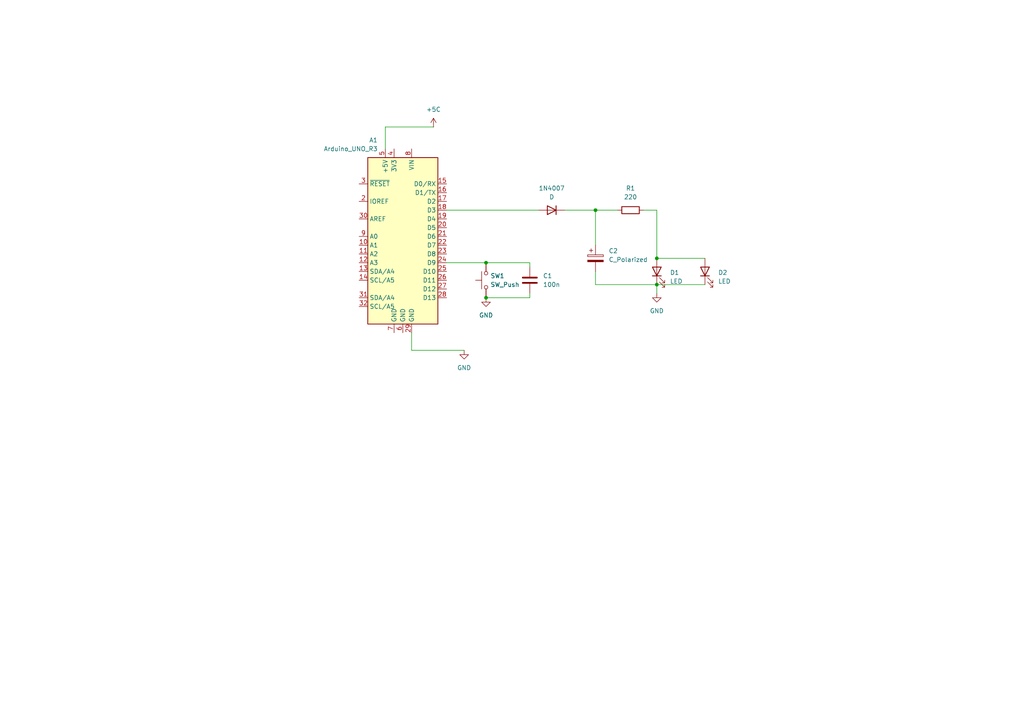
<source format=kicad_sch>
(kicad_sch
	(version 20231120)
	(generator "eeschema")
	(generator_version "8.0")
	(uuid "ab9241d9-6e70-435e-8872-cc5d6b2f76cf")
	(paper "A4")
	(lib_symbols
		(symbol "Device:C"
			(pin_numbers hide)
			(pin_names
				(offset 0.254)
			)
			(exclude_from_sim no)
			(in_bom yes)
			(on_board yes)
			(property "Reference" "C"
				(at 0.635 2.54 0)
				(effects
					(font
						(size 1.27 1.27)
					)
					(justify left)
				)
			)
			(property "Value" "C"
				(at 0.635 -2.54 0)
				(effects
					(font
						(size 1.27 1.27)
					)
					(justify left)
				)
			)
			(property "Footprint" ""
				(at 0.9652 -3.81 0)
				(effects
					(font
						(size 1.27 1.27)
					)
					(hide yes)
				)
			)
			(property "Datasheet" "~"
				(at 0 0 0)
				(effects
					(font
						(size 1.27 1.27)
					)
					(hide yes)
				)
			)
			(property "Description" "Unpolarized capacitor"
				(at 0 0 0)
				(effects
					(font
						(size 1.27 1.27)
					)
					(hide yes)
				)
			)
			(property "ki_keywords" "cap capacitor"
				(at 0 0 0)
				(effects
					(font
						(size 1.27 1.27)
					)
					(hide yes)
				)
			)
			(property "ki_fp_filters" "C_*"
				(at 0 0 0)
				(effects
					(font
						(size 1.27 1.27)
					)
					(hide yes)
				)
			)
			(symbol "C_0_1"
				(polyline
					(pts
						(xy -2.032 -0.762) (xy 2.032 -0.762)
					)
					(stroke
						(width 0.508)
						(type default)
					)
					(fill
						(type none)
					)
				)
				(polyline
					(pts
						(xy -2.032 0.762) (xy 2.032 0.762)
					)
					(stroke
						(width 0.508)
						(type default)
					)
					(fill
						(type none)
					)
				)
			)
			(symbol "C_1_1"
				(pin passive line
					(at 0 3.81 270)
					(length 2.794)
					(name "~"
						(effects
							(font
								(size 1.27 1.27)
							)
						)
					)
					(number "1"
						(effects
							(font
								(size 1.27 1.27)
							)
						)
					)
				)
				(pin passive line
					(at 0 -3.81 90)
					(length 2.794)
					(name "~"
						(effects
							(font
								(size 1.27 1.27)
							)
						)
					)
					(number "2"
						(effects
							(font
								(size 1.27 1.27)
							)
						)
					)
				)
			)
		)
		(symbol "Device:C_Polarized"
			(pin_numbers hide)
			(pin_names
				(offset 0.254)
			)
			(exclude_from_sim no)
			(in_bom yes)
			(on_board yes)
			(property "Reference" "C"
				(at 0.635 2.54 0)
				(effects
					(font
						(size 1.27 1.27)
					)
					(justify left)
				)
			)
			(property "Value" "C_Polarized"
				(at 0.635 -2.54 0)
				(effects
					(font
						(size 1.27 1.27)
					)
					(justify left)
				)
			)
			(property "Footprint" ""
				(at 0.9652 -3.81 0)
				(effects
					(font
						(size 1.27 1.27)
					)
					(hide yes)
				)
			)
			(property "Datasheet" "~"
				(at 0 0 0)
				(effects
					(font
						(size 1.27 1.27)
					)
					(hide yes)
				)
			)
			(property "Description" "Polarized capacitor"
				(at 0 0 0)
				(effects
					(font
						(size 1.27 1.27)
					)
					(hide yes)
				)
			)
			(property "ki_keywords" "cap capacitor"
				(at 0 0 0)
				(effects
					(font
						(size 1.27 1.27)
					)
					(hide yes)
				)
			)
			(property "ki_fp_filters" "CP_*"
				(at 0 0 0)
				(effects
					(font
						(size 1.27 1.27)
					)
					(hide yes)
				)
			)
			(symbol "C_Polarized_0_1"
				(rectangle
					(start -2.286 0.508)
					(end 2.286 1.016)
					(stroke
						(width 0)
						(type default)
					)
					(fill
						(type none)
					)
				)
				(polyline
					(pts
						(xy -1.778 2.286) (xy -0.762 2.286)
					)
					(stroke
						(width 0)
						(type default)
					)
					(fill
						(type none)
					)
				)
				(polyline
					(pts
						(xy -1.27 2.794) (xy -1.27 1.778)
					)
					(stroke
						(width 0)
						(type default)
					)
					(fill
						(type none)
					)
				)
				(rectangle
					(start 2.286 -0.508)
					(end -2.286 -1.016)
					(stroke
						(width 0)
						(type default)
					)
					(fill
						(type outline)
					)
				)
			)
			(symbol "C_Polarized_1_1"
				(pin passive line
					(at 0 3.81 270)
					(length 2.794)
					(name "~"
						(effects
							(font
								(size 1.27 1.27)
							)
						)
					)
					(number "1"
						(effects
							(font
								(size 1.27 1.27)
							)
						)
					)
				)
				(pin passive line
					(at 0 -3.81 90)
					(length 2.794)
					(name "~"
						(effects
							(font
								(size 1.27 1.27)
							)
						)
					)
					(number "2"
						(effects
							(font
								(size 1.27 1.27)
							)
						)
					)
				)
			)
		)
		(symbol "Device:D"
			(pin_numbers hide)
			(pin_names
				(offset 1.016) hide)
			(exclude_from_sim no)
			(in_bom yes)
			(on_board yes)
			(property "Reference" "D"
				(at 0 2.54 0)
				(effects
					(font
						(size 1.27 1.27)
					)
				)
			)
			(property "Value" "D"
				(at 0 -2.54 0)
				(effects
					(font
						(size 1.27 1.27)
					)
				)
			)
			(property "Footprint" ""
				(at 0 0 0)
				(effects
					(font
						(size 1.27 1.27)
					)
					(hide yes)
				)
			)
			(property "Datasheet" "~"
				(at 0 0 0)
				(effects
					(font
						(size 1.27 1.27)
					)
					(hide yes)
				)
			)
			(property "Description" "Diode"
				(at 0 0 0)
				(effects
					(font
						(size 1.27 1.27)
					)
					(hide yes)
				)
			)
			(property "Sim.Device" "D"
				(at 0 0 0)
				(effects
					(font
						(size 1.27 1.27)
					)
					(hide yes)
				)
			)
			(property "Sim.Pins" "1=K 2=A"
				(at 0 0 0)
				(effects
					(font
						(size 1.27 1.27)
					)
					(hide yes)
				)
			)
			(property "ki_keywords" "diode"
				(at 0 0 0)
				(effects
					(font
						(size 1.27 1.27)
					)
					(hide yes)
				)
			)
			(property "ki_fp_filters" "TO-???* *_Diode_* *SingleDiode* D_*"
				(at 0 0 0)
				(effects
					(font
						(size 1.27 1.27)
					)
					(hide yes)
				)
			)
			(symbol "D_0_1"
				(polyline
					(pts
						(xy -1.27 1.27) (xy -1.27 -1.27)
					)
					(stroke
						(width 0.254)
						(type default)
					)
					(fill
						(type none)
					)
				)
				(polyline
					(pts
						(xy 1.27 0) (xy -1.27 0)
					)
					(stroke
						(width 0)
						(type default)
					)
					(fill
						(type none)
					)
				)
				(polyline
					(pts
						(xy 1.27 1.27) (xy 1.27 -1.27) (xy -1.27 0) (xy 1.27 1.27)
					)
					(stroke
						(width 0.254)
						(type default)
					)
					(fill
						(type none)
					)
				)
			)
			(symbol "D_1_1"
				(pin passive line
					(at -3.81 0 0)
					(length 2.54)
					(name "K"
						(effects
							(font
								(size 1.27 1.27)
							)
						)
					)
					(number "1"
						(effects
							(font
								(size 1.27 1.27)
							)
						)
					)
				)
				(pin passive line
					(at 3.81 0 180)
					(length 2.54)
					(name "A"
						(effects
							(font
								(size 1.27 1.27)
							)
						)
					)
					(number "2"
						(effects
							(font
								(size 1.27 1.27)
							)
						)
					)
				)
			)
		)
		(symbol "Device:LED"
			(pin_numbers hide)
			(pin_names
				(offset 1.016) hide)
			(exclude_from_sim no)
			(in_bom yes)
			(on_board yes)
			(property "Reference" "D"
				(at 0 2.54 0)
				(effects
					(font
						(size 1.27 1.27)
					)
				)
			)
			(property "Value" "LED"
				(at 0 -2.54 0)
				(effects
					(font
						(size 1.27 1.27)
					)
				)
			)
			(property "Footprint" ""
				(at 0 0 0)
				(effects
					(font
						(size 1.27 1.27)
					)
					(hide yes)
				)
			)
			(property "Datasheet" "~"
				(at 0 0 0)
				(effects
					(font
						(size 1.27 1.27)
					)
					(hide yes)
				)
			)
			(property "Description" "Light emitting diode"
				(at 0 0 0)
				(effects
					(font
						(size 1.27 1.27)
					)
					(hide yes)
				)
			)
			(property "ki_keywords" "LED diode"
				(at 0 0 0)
				(effects
					(font
						(size 1.27 1.27)
					)
					(hide yes)
				)
			)
			(property "ki_fp_filters" "LED* LED_SMD:* LED_THT:*"
				(at 0 0 0)
				(effects
					(font
						(size 1.27 1.27)
					)
					(hide yes)
				)
			)
			(symbol "LED_0_1"
				(polyline
					(pts
						(xy -1.27 -1.27) (xy -1.27 1.27)
					)
					(stroke
						(width 0.254)
						(type default)
					)
					(fill
						(type none)
					)
				)
				(polyline
					(pts
						(xy -1.27 0) (xy 1.27 0)
					)
					(stroke
						(width 0)
						(type default)
					)
					(fill
						(type none)
					)
				)
				(polyline
					(pts
						(xy 1.27 -1.27) (xy 1.27 1.27) (xy -1.27 0) (xy 1.27 -1.27)
					)
					(stroke
						(width 0.254)
						(type default)
					)
					(fill
						(type none)
					)
				)
				(polyline
					(pts
						(xy -3.048 -0.762) (xy -4.572 -2.286) (xy -3.81 -2.286) (xy -4.572 -2.286) (xy -4.572 -1.524)
					)
					(stroke
						(width 0)
						(type default)
					)
					(fill
						(type none)
					)
				)
				(polyline
					(pts
						(xy -1.778 -0.762) (xy -3.302 -2.286) (xy -2.54 -2.286) (xy -3.302 -2.286) (xy -3.302 -1.524)
					)
					(stroke
						(width 0)
						(type default)
					)
					(fill
						(type none)
					)
				)
			)
			(symbol "LED_1_1"
				(pin passive line
					(at -3.81 0 0)
					(length 2.54)
					(name "K"
						(effects
							(font
								(size 1.27 1.27)
							)
						)
					)
					(number "1"
						(effects
							(font
								(size 1.27 1.27)
							)
						)
					)
				)
				(pin passive line
					(at 3.81 0 180)
					(length 2.54)
					(name "A"
						(effects
							(font
								(size 1.27 1.27)
							)
						)
					)
					(number "2"
						(effects
							(font
								(size 1.27 1.27)
							)
						)
					)
				)
			)
		)
		(symbol "Device:R"
			(pin_numbers hide)
			(pin_names
				(offset 0)
			)
			(exclude_from_sim no)
			(in_bom yes)
			(on_board yes)
			(property "Reference" "R"
				(at 2.032 0 90)
				(effects
					(font
						(size 1.27 1.27)
					)
				)
			)
			(property "Value" "R"
				(at 0 0 90)
				(effects
					(font
						(size 1.27 1.27)
					)
				)
			)
			(property "Footprint" ""
				(at -1.778 0 90)
				(effects
					(font
						(size 1.27 1.27)
					)
					(hide yes)
				)
			)
			(property "Datasheet" "~"
				(at 0 0 0)
				(effects
					(font
						(size 1.27 1.27)
					)
					(hide yes)
				)
			)
			(property "Description" "Resistor"
				(at 0 0 0)
				(effects
					(font
						(size 1.27 1.27)
					)
					(hide yes)
				)
			)
			(property "ki_keywords" "R res resistor"
				(at 0 0 0)
				(effects
					(font
						(size 1.27 1.27)
					)
					(hide yes)
				)
			)
			(property "ki_fp_filters" "R_*"
				(at 0 0 0)
				(effects
					(font
						(size 1.27 1.27)
					)
					(hide yes)
				)
			)
			(symbol "R_0_1"
				(rectangle
					(start -1.016 -2.54)
					(end 1.016 2.54)
					(stroke
						(width 0.254)
						(type default)
					)
					(fill
						(type none)
					)
				)
			)
			(symbol "R_1_1"
				(pin passive line
					(at 0 3.81 270)
					(length 1.27)
					(name "~"
						(effects
							(font
								(size 1.27 1.27)
							)
						)
					)
					(number "1"
						(effects
							(font
								(size 1.27 1.27)
							)
						)
					)
				)
				(pin passive line
					(at 0 -3.81 90)
					(length 1.27)
					(name "~"
						(effects
							(font
								(size 1.27 1.27)
							)
						)
					)
					(number "2"
						(effects
							(font
								(size 1.27 1.27)
							)
						)
					)
				)
			)
		)
		(symbol "MCU_Module:Arduino_UNO_R3"
			(exclude_from_sim no)
			(in_bom yes)
			(on_board yes)
			(property "Reference" "A"
				(at -10.16 23.495 0)
				(effects
					(font
						(size 1.27 1.27)
					)
					(justify left bottom)
				)
			)
			(property "Value" "Arduino_UNO_R3"
				(at 5.08 -26.67 0)
				(effects
					(font
						(size 1.27 1.27)
					)
					(justify left top)
				)
			)
			(property "Footprint" "Module:Arduino_UNO_R3"
				(at 0 0 0)
				(effects
					(font
						(size 1.27 1.27)
						(italic yes)
					)
					(hide yes)
				)
			)
			(property "Datasheet" "https://www.arduino.cc/en/Main/arduinoBoardUno"
				(at 0 0 0)
				(effects
					(font
						(size 1.27 1.27)
					)
					(hide yes)
				)
			)
			(property "Description" "Arduino UNO Microcontroller Module, release 3"
				(at 0 0 0)
				(effects
					(font
						(size 1.27 1.27)
					)
					(hide yes)
				)
			)
			(property "ki_keywords" "Arduino UNO R3 Microcontroller Module Atmel AVR USB"
				(at 0 0 0)
				(effects
					(font
						(size 1.27 1.27)
					)
					(hide yes)
				)
			)
			(property "ki_fp_filters" "Arduino*UNO*R3*"
				(at 0 0 0)
				(effects
					(font
						(size 1.27 1.27)
					)
					(hide yes)
				)
			)
			(symbol "Arduino_UNO_R3_0_1"
				(rectangle
					(start -10.16 22.86)
					(end 10.16 -25.4)
					(stroke
						(width 0.254)
						(type default)
					)
					(fill
						(type background)
					)
				)
			)
			(symbol "Arduino_UNO_R3_1_1"
				(pin no_connect line
					(at -10.16 -20.32 0)
					(length 2.54) hide
					(name "NC"
						(effects
							(font
								(size 1.27 1.27)
							)
						)
					)
					(number "1"
						(effects
							(font
								(size 1.27 1.27)
							)
						)
					)
				)
				(pin bidirectional line
					(at 12.7 -2.54 180)
					(length 2.54)
					(name "A1"
						(effects
							(font
								(size 1.27 1.27)
							)
						)
					)
					(number "10"
						(effects
							(font
								(size 1.27 1.27)
							)
						)
					)
				)
				(pin bidirectional line
					(at 12.7 -5.08 180)
					(length 2.54)
					(name "A2"
						(effects
							(font
								(size 1.27 1.27)
							)
						)
					)
					(number "11"
						(effects
							(font
								(size 1.27 1.27)
							)
						)
					)
				)
				(pin bidirectional line
					(at 12.7 -7.62 180)
					(length 2.54)
					(name "A3"
						(effects
							(font
								(size 1.27 1.27)
							)
						)
					)
					(number "12"
						(effects
							(font
								(size 1.27 1.27)
							)
						)
					)
				)
				(pin bidirectional line
					(at 12.7 -10.16 180)
					(length 2.54)
					(name "SDA/A4"
						(effects
							(font
								(size 1.27 1.27)
							)
						)
					)
					(number "13"
						(effects
							(font
								(size 1.27 1.27)
							)
						)
					)
				)
				(pin bidirectional line
					(at 12.7 -12.7 180)
					(length 2.54)
					(name "SCL/A5"
						(effects
							(font
								(size 1.27 1.27)
							)
						)
					)
					(number "14"
						(effects
							(font
								(size 1.27 1.27)
							)
						)
					)
				)
				(pin bidirectional line
					(at -12.7 15.24 0)
					(length 2.54)
					(name "D0/RX"
						(effects
							(font
								(size 1.27 1.27)
							)
						)
					)
					(number "15"
						(effects
							(font
								(size 1.27 1.27)
							)
						)
					)
				)
				(pin bidirectional line
					(at -12.7 12.7 0)
					(length 2.54)
					(name "D1/TX"
						(effects
							(font
								(size 1.27 1.27)
							)
						)
					)
					(number "16"
						(effects
							(font
								(size 1.27 1.27)
							)
						)
					)
				)
				(pin bidirectional line
					(at -12.7 10.16 0)
					(length 2.54)
					(name "D2"
						(effects
							(font
								(size 1.27 1.27)
							)
						)
					)
					(number "17"
						(effects
							(font
								(size 1.27 1.27)
							)
						)
					)
				)
				(pin bidirectional line
					(at -12.7 7.62 0)
					(length 2.54)
					(name "D3"
						(effects
							(font
								(size 1.27 1.27)
							)
						)
					)
					(number "18"
						(effects
							(font
								(size 1.27 1.27)
							)
						)
					)
				)
				(pin bidirectional line
					(at -12.7 5.08 0)
					(length 2.54)
					(name "D4"
						(effects
							(font
								(size 1.27 1.27)
							)
						)
					)
					(number "19"
						(effects
							(font
								(size 1.27 1.27)
							)
						)
					)
				)
				(pin output line
					(at 12.7 10.16 180)
					(length 2.54)
					(name "IOREF"
						(effects
							(font
								(size 1.27 1.27)
							)
						)
					)
					(number "2"
						(effects
							(font
								(size 1.27 1.27)
							)
						)
					)
				)
				(pin bidirectional line
					(at -12.7 2.54 0)
					(length 2.54)
					(name "D5"
						(effects
							(font
								(size 1.27 1.27)
							)
						)
					)
					(number "20"
						(effects
							(font
								(size 1.27 1.27)
							)
						)
					)
				)
				(pin bidirectional line
					(at -12.7 0 0)
					(length 2.54)
					(name "D6"
						(effects
							(font
								(size 1.27 1.27)
							)
						)
					)
					(number "21"
						(effects
							(font
								(size 1.27 1.27)
							)
						)
					)
				)
				(pin bidirectional line
					(at -12.7 -2.54 0)
					(length 2.54)
					(name "D7"
						(effects
							(font
								(size 1.27 1.27)
							)
						)
					)
					(number "22"
						(effects
							(font
								(size 1.27 1.27)
							)
						)
					)
				)
				(pin bidirectional line
					(at -12.7 -5.08 0)
					(length 2.54)
					(name "D8"
						(effects
							(font
								(size 1.27 1.27)
							)
						)
					)
					(number "23"
						(effects
							(font
								(size 1.27 1.27)
							)
						)
					)
				)
				(pin bidirectional line
					(at -12.7 -7.62 0)
					(length 2.54)
					(name "D9"
						(effects
							(font
								(size 1.27 1.27)
							)
						)
					)
					(number "24"
						(effects
							(font
								(size 1.27 1.27)
							)
						)
					)
				)
				(pin bidirectional line
					(at -12.7 -10.16 0)
					(length 2.54)
					(name "D10"
						(effects
							(font
								(size 1.27 1.27)
							)
						)
					)
					(number "25"
						(effects
							(font
								(size 1.27 1.27)
							)
						)
					)
				)
				(pin bidirectional line
					(at -12.7 -12.7 0)
					(length 2.54)
					(name "D11"
						(effects
							(font
								(size 1.27 1.27)
							)
						)
					)
					(number "26"
						(effects
							(font
								(size 1.27 1.27)
							)
						)
					)
				)
				(pin bidirectional line
					(at -12.7 -15.24 0)
					(length 2.54)
					(name "D12"
						(effects
							(font
								(size 1.27 1.27)
							)
						)
					)
					(number "27"
						(effects
							(font
								(size 1.27 1.27)
							)
						)
					)
				)
				(pin bidirectional line
					(at -12.7 -17.78 0)
					(length 2.54)
					(name "D13"
						(effects
							(font
								(size 1.27 1.27)
							)
						)
					)
					(number "28"
						(effects
							(font
								(size 1.27 1.27)
							)
						)
					)
				)
				(pin power_in line
					(at -2.54 -27.94 90)
					(length 2.54)
					(name "GND"
						(effects
							(font
								(size 1.27 1.27)
							)
						)
					)
					(number "29"
						(effects
							(font
								(size 1.27 1.27)
							)
						)
					)
				)
				(pin input line
					(at 12.7 15.24 180)
					(length 2.54)
					(name "~{RESET}"
						(effects
							(font
								(size 1.27 1.27)
							)
						)
					)
					(number "3"
						(effects
							(font
								(size 1.27 1.27)
							)
						)
					)
				)
				(pin input line
					(at 12.7 5.08 180)
					(length 2.54)
					(name "AREF"
						(effects
							(font
								(size 1.27 1.27)
							)
						)
					)
					(number "30"
						(effects
							(font
								(size 1.27 1.27)
							)
						)
					)
				)
				(pin bidirectional line
					(at 12.7 -17.78 180)
					(length 2.54)
					(name "SDA/A4"
						(effects
							(font
								(size 1.27 1.27)
							)
						)
					)
					(number "31"
						(effects
							(font
								(size 1.27 1.27)
							)
						)
					)
				)
				(pin bidirectional line
					(at 12.7 -20.32 180)
					(length 2.54)
					(name "SCL/A5"
						(effects
							(font
								(size 1.27 1.27)
							)
						)
					)
					(number "32"
						(effects
							(font
								(size 1.27 1.27)
							)
						)
					)
				)
				(pin power_out line
					(at 2.54 25.4 270)
					(length 2.54)
					(name "3V3"
						(effects
							(font
								(size 1.27 1.27)
							)
						)
					)
					(number "4"
						(effects
							(font
								(size 1.27 1.27)
							)
						)
					)
				)
				(pin power_out line
					(at 5.08 25.4 270)
					(length 2.54)
					(name "+5V"
						(effects
							(font
								(size 1.27 1.27)
							)
						)
					)
					(number "5"
						(effects
							(font
								(size 1.27 1.27)
							)
						)
					)
				)
				(pin power_in line
					(at 0 -27.94 90)
					(length 2.54)
					(name "GND"
						(effects
							(font
								(size 1.27 1.27)
							)
						)
					)
					(number "6"
						(effects
							(font
								(size 1.27 1.27)
							)
						)
					)
				)
				(pin power_in line
					(at 2.54 -27.94 90)
					(length 2.54)
					(name "GND"
						(effects
							(font
								(size 1.27 1.27)
							)
						)
					)
					(number "7"
						(effects
							(font
								(size 1.27 1.27)
							)
						)
					)
				)
				(pin power_in line
					(at -2.54 25.4 270)
					(length 2.54)
					(name "VIN"
						(effects
							(font
								(size 1.27 1.27)
							)
						)
					)
					(number "8"
						(effects
							(font
								(size 1.27 1.27)
							)
						)
					)
				)
				(pin bidirectional line
					(at 12.7 0 180)
					(length 2.54)
					(name "A0"
						(effects
							(font
								(size 1.27 1.27)
							)
						)
					)
					(number "9"
						(effects
							(font
								(size 1.27 1.27)
							)
						)
					)
				)
			)
		)
		(symbol "Switch:SW_Push"
			(pin_numbers hide)
			(pin_names
				(offset 1.016) hide)
			(exclude_from_sim no)
			(in_bom yes)
			(on_board yes)
			(property "Reference" "SW"
				(at 1.27 2.54 0)
				(effects
					(font
						(size 1.27 1.27)
					)
					(justify left)
				)
			)
			(property "Value" "SW_Push"
				(at 0 -1.524 0)
				(effects
					(font
						(size 1.27 1.27)
					)
				)
			)
			(property "Footprint" ""
				(at 0 5.08 0)
				(effects
					(font
						(size 1.27 1.27)
					)
					(hide yes)
				)
			)
			(property "Datasheet" "~"
				(at 0 5.08 0)
				(effects
					(font
						(size 1.27 1.27)
					)
					(hide yes)
				)
			)
			(property "Description" "Push button switch, generic, two pins"
				(at 0 0 0)
				(effects
					(font
						(size 1.27 1.27)
					)
					(hide yes)
				)
			)
			(property "ki_keywords" "switch normally-open pushbutton push-button"
				(at 0 0 0)
				(effects
					(font
						(size 1.27 1.27)
					)
					(hide yes)
				)
			)
			(symbol "SW_Push_0_1"
				(circle
					(center -2.032 0)
					(radius 0.508)
					(stroke
						(width 0)
						(type default)
					)
					(fill
						(type none)
					)
				)
				(polyline
					(pts
						(xy 0 1.27) (xy 0 3.048)
					)
					(stroke
						(width 0)
						(type default)
					)
					(fill
						(type none)
					)
				)
				(polyline
					(pts
						(xy 2.54 1.27) (xy -2.54 1.27)
					)
					(stroke
						(width 0)
						(type default)
					)
					(fill
						(type none)
					)
				)
				(circle
					(center 2.032 0)
					(radius 0.508)
					(stroke
						(width 0)
						(type default)
					)
					(fill
						(type none)
					)
				)
				(pin passive line
					(at -5.08 0 0)
					(length 2.54)
					(name "1"
						(effects
							(font
								(size 1.27 1.27)
							)
						)
					)
					(number "1"
						(effects
							(font
								(size 1.27 1.27)
							)
						)
					)
				)
				(pin passive line
					(at 5.08 0 180)
					(length 2.54)
					(name "2"
						(effects
							(font
								(size 1.27 1.27)
							)
						)
					)
					(number "2"
						(effects
							(font
								(size 1.27 1.27)
							)
						)
					)
				)
			)
		)
		(symbol "power:+5C"
			(power)
			(pin_numbers hide)
			(pin_names
				(offset 0) hide)
			(exclude_from_sim no)
			(in_bom yes)
			(on_board yes)
			(property "Reference" "#PWR"
				(at 0 -3.81 0)
				(effects
					(font
						(size 1.27 1.27)
					)
					(hide yes)
				)
			)
			(property "Value" "+5C"
				(at 0 3.556 0)
				(effects
					(font
						(size 1.27 1.27)
					)
				)
			)
			(property "Footprint" ""
				(at 0 0 0)
				(effects
					(font
						(size 1.27 1.27)
					)
					(hide yes)
				)
			)
			(property "Datasheet" ""
				(at 0 0 0)
				(effects
					(font
						(size 1.27 1.27)
					)
					(hide yes)
				)
			)
			(property "Description" "Power symbol creates a global label with name \"+5C\""
				(at 0 0 0)
				(effects
					(font
						(size 1.27 1.27)
					)
					(hide yes)
				)
			)
			(property "ki_keywords" "global power"
				(at 0 0 0)
				(effects
					(font
						(size 1.27 1.27)
					)
					(hide yes)
				)
			)
			(symbol "+5C_0_1"
				(polyline
					(pts
						(xy -0.762 1.27) (xy 0 2.54)
					)
					(stroke
						(width 0)
						(type default)
					)
					(fill
						(type none)
					)
				)
				(polyline
					(pts
						(xy 0 0) (xy 0 2.54)
					)
					(stroke
						(width 0)
						(type default)
					)
					(fill
						(type none)
					)
				)
				(polyline
					(pts
						(xy 0 2.54) (xy 0.762 1.27)
					)
					(stroke
						(width 0)
						(type default)
					)
					(fill
						(type none)
					)
				)
			)
			(symbol "+5C_1_1"
				(pin power_in line
					(at 0 0 90)
					(length 0)
					(name "~"
						(effects
							(font
								(size 1.27 1.27)
							)
						)
					)
					(number "1"
						(effects
							(font
								(size 1.27 1.27)
							)
						)
					)
				)
			)
		)
		(symbol "power:GND"
			(power)
			(pin_numbers hide)
			(pin_names
				(offset 0) hide)
			(exclude_from_sim no)
			(in_bom yes)
			(on_board yes)
			(property "Reference" "#PWR"
				(at 0 -6.35 0)
				(effects
					(font
						(size 1.27 1.27)
					)
					(hide yes)
				)
			)
			(property "Value" "GND"
				(at 0 -3.81 0)
				(effects
					(font
						(size 1.27 1.27)
					)
				)
			)
			(property "Footprint" ""
				(at 0 0 0)
				(effects
					(font
						(size 1.27 1.27)
					)
					(hide yes)
				)
			)
			(property "Datasheet" ""
				(at 0 0 0)
				(effects
					(font
						(size 1.27 1.27)
					)
					(hide yes)
				)
			)
			(property "Description" "Power symbol creates a global label with name \"GND\" , ground"
				(at 0 0 0)
				(effects
					(font
						(size 1.27 1.27)
					)
					(hide yes)
				)
			)
			(property "ki_keywords" "global power"
				(at 0 0 0)
				(effects
					(font
						(size 1.27 1.27)
					)
					(hide yes)
				)
			)
			(symbol "GND_0_1"
				(polyline
					(pts
						(xy 0 0) (xy 0 -1.27) (xy 1.27 -1.27) (xy 0 -2.54) (xy -1.27 -1.27) (xy 0 -1.27)
					)
					(stroke
						(width 0)
						(type default)
					)
					(fill
						(type none)
					)
				)
			)
			(symbol "GND_1_1"
				(pin power_in line
					(at 0 0 270)
					(length 0)
					(name "~"
						(effects
							(font
								(size 1.27 1.27)
							)
						)
					)
					(number "1"
						(effects
							(font
								(size 1.27 1.27)
							)
						)
					)
				)
			)
		)
	)
	(junction
		(at 190.5 74.93)
		(diameter 0)
		(color 0 0 0 0)
		(uuid "3789f596-4aa9-4658-8de5-c0baa24fef84")
	)
	(junction
		(at 140.97 76.2)
		(diameter 0)
		(color 0 0 0 0)
		(uuid "584c147b-ce62-46db-962b-c28382882309")
	)
	(junction
		(at 190.5 82.55)
		(diameter 0)
		(color 0 0 0 0)
		(uuid "8846b748-e76f-4624-855d-8e426fb5baea")
	)
	(junction
		(at 140.97 86.36)
		(diameter 0)
		(color 0 0 0 0)
		(uuid "94a34247-285f-496c-b2b6-cb99c443c6b9")
	)
	(junction
		(at 172.72 60.96)
		(diameter 0)
		(color 0 0 0 0)
		(uuid "9a9f72e4-df1a-4232-8d05-ebc7005ef67c")
	)
	(wire
		(pts
			(xy 119.38 101.6) (xy 134.62 101.6)
		)
		(stroke
			(width 0)
			(type default)
		)
		(uuid "077729b1-fc4c-440b-99d5-19d8686d875d")
	)
	(wire
		(pts
			(xy 190.5 74.93) (xy 204.47 74.93)
		)
		(stroke
			(width 0)
			(type default)
		)
		(uuid "091ab709-26d1-4811-a2f7-1246fe80ad31")
	)
	(wire
		(pts
			(xy 140.97 86.36) (xy 153.67 86.36)
		)
		(stroke
			(width 0)
			(type default)
		)
		(uuid "097dcf38-66f2-4af4-9127-7ac5d9018400")
	)
	(wire
		(pts
			(xy 119.38 96.52) (xy 119.38 101.6)
		)
		(stroke
			(width 0)
			(type default)
		)
		(uuid "28d9cb6f-0e65-4884-b044-418c0a4d6754")
	)
	(wire
		(pts
			(xy 163.83 60.96) (xy 172.72 60.96)
		)
		(stroke
			(width 0)
			(type default)
		)
		(uuid "36c5e11a-b921-4300-9464-4cb67928a897")
	)
	(wire
		(pts
			(xy 111.76 36.83) (xy 125.73 36.83)
		)
		(stroke
			(width 0)
			(type default)
		)
		(uuid "3ef2fa1d-3821-4335-b00f-e0efb6280fe2")
	)
	(wire
		(pts
			(xy 111.76 43.18) (xy 111.76 36.83)
		)
		(stroke
			(width 0)
			(type default)
		)
		(uuid "4b49ff3d-1c03-4fb9-8154-99571ff513ae")
	)
	(wire
		(pts
			(xy 190.5 60.96) (xy 190.5 74.93)
		)
		(stroke
			(width 0)
			(type default)
		)
		(uuid "5e9dbe63-5875-4047-a258-927c43f0771c")
	)
	(wire
		(pts
			(xy 172.72 82.55) (xy 190.5 82.55)
		)
		(stroke
			(width 0)
			(type default)
		)
		(uuid "6ba803f6-db14-4427-b8be-160a4461afcc")
	)
	(wire
		(pts
			(xy 140.97 76.2) (xy 153.67 76.2)
		)
		(stroke
			(width 0)
			(type default)
		)
		(uuid "782b88b7-96eb-4a6f-8823-7a8b68534e2d")
	)
	(wire
		(pts
			(xy 172.72 78.74) (xy 172.72 82.55)
		)
		(stroke
			(width 0)
			(type default)
		)
		(uuid "7b73acbc-a319-482c-b6a8-6235fede6b38")
	)
	(wire
		(pts
			(xy 190.5 85.09) (xy 190.5 82.55)
		)
		(stroke
			(width 0)
			(type default)
		)
		(uuid "853cc12d-2caf-4266-aabc-70108924bf46")
	)
	(wire
		(pts
			(xy 129.54 60.96) (xy 156.21 60.96)
		)
		(stroke
			(width 0)
			(type default)
		)
		(uuid "872f1347-3378-400b-ac48-56885f42f94e")
	)
	(wire
		(pts
			(xy 172.72 60.96) (xy 179.07 60.96)
		)
		(stroke
			(width 0)
			(type default)
		)
		(uuid "875ab362-68f8-4723-a452-feb791310ba9")
	)
	(wire
		(pts
			(xy 190.5 82.55) (xy 204.47 82.55)
		)
		(stroke
			(width 0)
			(type default)
		)
		(uuid "8780cfca-0e55-407a-9ed2-e01c1e927e08")
	)
	(wire
		(pts
			(xy 172.72 60.96) (xy 172.72 71.12)
		)
		(stroke
			(width 0)
			(type default)
		)
		(uuid "ae26d42c-6943-4b93-b700-7bb454b955f8")
	)
	(wire
		(pts
			(xy 129.54 76.2) (xy 140.97 76.2)
		)
		(stroke
			(width 0)
			(type default)
		)
		(uuid "b599854b-3cc7-44aa-b44d-657f26c8de27")
	)
	(wire
		(pts
			(xy 153.67 77.47) (xy 153.67 76.2)
		)
		(stroke
			(width 0)
			(type default)
		)
		(uuid "c0cd2dc3-7ef8-45d4-a754-1b7bb44f2398")
	)
	(wire
		(pts
			(xy 153.67 86.36) (xy 153.67 85.09)
		)
		(stroke
			(width 0)
			(type default)
		)
		(uuid "c385ac7a-e680-4778-8cdc-b1c4a9144f82")
	)
	(wire
		(pts
			(xy 186.69 60.96) (xy 190.5 60.96)
		)
		(stroke
			(width 0)
			(type default)
		)
		(uuid "f6703a2c-a58e-4b20-8bf8-ea369e4abdea")
	)
	(symbol
		(lib_id "MCU_Module:Arduino_UNO_R3")
		(at 116.84 68.58 0)
		(mirror y)
		(unit 1)
		(exclude_from_sim no)
		(in_bom yes)
		(on_board yes)
		(dnp no)
		(uuid "08b892d9-2758-41e1-a900-c6946b5f313e")
		(property "Reference" "A1"
			(at 109.5659 40.64 0)
			(effects
				(font
					(size 1.27 1.27)
				)
				(justify left)
			)
		)
		(property "Value" "Arduino_UNO_R3"
			(at 109.5659 43.18 0)
			(effects
				(font
					(size 1.27 1.27)
				)
				(justify left)
			)
		)
		(property "Footprint" "Module:Arduino_UNO_R3"
			(at 116.84 68.58 0)
			(effects
				(font
					(size 1.27 1.27)
					(italic yes)
				)
				(hide yes)
			)
		)
		(property "Datasheet" "https://www.arduino.cc/en/Main/arduinoBoardUno"
			(at 116.84 68.58 0)
			(effects
				(font
					(size 1.27 1.27)
				)
				(hide yes)
			)
		)
		(property "Description" "Arduino UNO Microcontroller Module, release 3"
			(at 116.84 68.58 0)
			(effects
				(font
					(size 1.27 1.27)
				)
				(hide yes)
			)
		)
		(pin "3"
			(uuid "1d0d2b8f-677f-424e-9689-e7f78e4221d6")
		)
		(pin "12"
			(uuid "ffe722b4-b254-43f0-8b5e-eeb1abb473c6")
		)
		(pin "26"
			(uuid "d05e938a-5c69-4461-a72a-688d41c9280b")
		)
		(pin "13"
			(uuid "aa3b8159-162f-4a4a-98ba-7ba6a32557ed")
		)
		(pin "18"
			(uuid "b907e2e1-c27c-4dbe-b19b-63199fe49e1d")
		)
		(pin "14"
			(uuid "5635541e-38df-41ab-9326-006ad96f0a6a")
		)
		(pin "28"
			(uuid "6682fec5-12c2-4acd-b887-3a8e6c252dca")
		)
		(pin "16"
			(uuid "01a03ba3-9c56-4de6-80d0-02db0a1dfaf0")
		)
		(pin "2"
			(uuid "e21859c5-fe47-4741-add0-299e18a88ccf")
		)
		(pin "25"
			(uuid "5af16024-a276-48eb-b7a0-4249b24d642e")
		)
		(pin "7"
			(uuid "14c2204b-8a99-4473-9556-3a70175637dd")
		)
		(pin "20"
			(uuid "d01e7a9a-8dd3-4663-8b86-f6348f2ab7a9")
		)
		(pin "32"
			(uuid "97cf9418-fdfd-49f1-bb11-fbfdf553ca00")
		)
		(pin "5"
			(uuid "830c06ad-8f4a-4f9c-a279-b6936970a98c")
		)
		(pin "6"
			(uuid "5561a687-bd15-4ac9-8f5b-10898663b2d7")
		)
		(pin "22"
			(uuid "5c4b0d95-4e2c-4412-9640-14d2aed3c6fe")
		)
		(pin "1"
			(uuid "662b2a36-edec-4a89-9764-9c69ffcd5a6e")
		)
		(pin "31"
			(uuid "c384a45e-d351-4684-b780-e41fa4089653")
		)
		(pin "10"
			(uuid "85deb2b6-72e2-46e4-95d2-8115d441b6de")
		)
		(pin "17"
			(uuid "f88abd7f-0411-4a68-8638-b1eff53cfa42")
		)
		(pin "15"
			(uuid "92d9a447-cf6c-439a-b9a8-9b13c3071d22")
		)
		(pin "29"
			(uuid "24d44bbd-7242-4708-ace9-3c9cafeb07c5")
		)
		(pin "21"
			(uuid "ff8ebeba-4763-46e3-ad37-4ce598aa4cd5")
		)
		(pin "23"
			(uuid "cae775fb-1902-491e-a6e0-1ca78683f1d3")
		)
		(pin "8"
			(uuid "64c8c0f1-9c1a-4f3b-86e0-7c8b15030fff")
		)
		(pin "11"
			(uuid "47ab52f2-0577-4072-bba3-d8ef795e76b5")
		)
		(pin "19"
			(uuid "b0ae91ef-12b0-4817-930a-8b96df2cb22c")
		)
		(pin "30"
			(uuid "89d49c51-a766-4a68-a752-14a60c72524e")
		)
		(pin "27"
			(uuid "e4a5ec16-9172-46d5-a2e0-dda316a84678")
		)
		(pin "9"
			(uuid "5f805db2-8dda-40f9-b6dd-928f0fa90c01")
		)
		(pin "24"
			(uuid "5c73a9d5-9ab8-4362-a272-08ead5f3c634")
		)
		(pin "4"
			(uuid "e1643dac-db72-4c70-8045-b4bf2727bfdf")
		)
		(instances
			(project ""
				(path "/ab9241d9-6e70-435e-8872-cc5d6b2f76cf"
					(reference "A1")
					(unit 1)
				)
			)
		)
	)
	(symbol
		(lib_id "Device:LED")
		(at 204.47 78.74 90)
		(unit 1)
		(exclude_from_sim no)
		(in_bom yes)
		(on_board yes)
		(dnp no)
		(fields_autoplaced yes)
		(uuid "0aedb247-b262-46e1-b08a-86d0bb554323")
		(property "Reference" "D2"
			(at 208.28 79.0574 90)
			(effects
				(font
					(size 1.27 1.27)
				)
				(justify right)
			)
		)
		(property "Value" "LED"
			(at 208.28 81.5974 90)
			(effects
				(font
					(size 1.27 1.27)
				)
				(justify right)
			)
		)
		(property "Footprint" ""
			(at 204.47 78.74 0)
			(effects
				(font
					(size 1.27 1.27)
				)
				(hide yes)
			)
		)
		(property "Datasheet" "~"
			(at 204.47 78.74 0)
			(effects
				(font
					(size 1.27 1.27)
				)
				(hide yes)
			)
		)
		(property "Description" "Light emitting diode"
			(at 204.47 78.74 0)
			(effects
				(font
					(size 1.27 1.27)
				)
				(hide yes)
			)
		)
		(pin "1"
			(uuid "430f3be4-512c-4b3a-bff0-dcfd2cea36d0")
		)
		(pin "2"
			(uuid "7fd98287-1446-466b-a5a3-a8a9e7d8abf6")
		)
		(instances
			(project ""
				(path "/ab9241d9-6e70-435e-8872-cc5d6b2f76cf"
					(reference "D2")
					(unit 1)
				)
			)
		)
	)
	(symbol
		(lib_id "power:GND")
		(at 140.97 86.36 0)
		(unit 1)
		(exclude_from_sim no)
		(in_bom yes)
		(on_board yes)
		(dnp no)
		(fields_autoplaced yes)
		(uuid "2e23b6a5-3ecc-4c19-8e3b-3465c1e182f6")
		(property "Reference" "#PWR3"
			(at 140.97 92.71 0)
			(effects
				(font
					(size 1.27 1.27)
				)
				(hide yes)
			)
		)
		(property "Value" "GND"
			(at 140.97 91.44 0)
			(effects
				(font
					(size 1.27 1.27)
				)
			)
		)
		(property "Footprint" ""
			(at 140.97 86.36 0)
			(effects
				(font
					(size 1.27 1.27)
				)
				(hide yes)
			)
		)
		(property "Datasheet" ""
			(at 140.97 86.36 0)
			(effects
				(font
					(size 1.27 1.27)
				)
				(hide yes)
			)
		)
		(property "Description" "Power symbol creates a global label with name \"GND\" , ground"
			(at 140.97 86.36 0)
			(effects
				(font
					(size 1.27 1.27)
				)
				(hide yes)
			)
		)
		(pin "1"
			(uuid "59c7c2fc-6bc6-46dd-bcfe-a3d62f074c77")
		)
		(instances
			(project "condensateur"
				(path "/ab9241d9-6e70-435e-8872-cc5d6b2f76cf"
					(reference "#PWR3")
					(unit 1)
				)
			)
		)
	)
	(symbol
		(lib_id "Device:R")
		(at 182.88 60.96 90)
		(unit 1)
		(exclude_from_sim no)
		(in_bom yes)
		(on_board yes)
		(dnp no)
		(fields_autoplaced yes)
		(uuid "33b19153-109d-4d0f-a03e-45be8c44dd12")
		(property "Reference" "R1"
			(at 182.88 54.61 90)
			(effects
				(font
					(size 1.27 1.27)
				)
			)
		)
		(property "Value" "220"
			(at 182.88 57.15 90)
			(effects
				(font
					(size 1.27 1.27)
				)
			)
		)
		(property "Footprint" ""
			(at 182.88 62.738 90)
			(effects
				(font
					(size 1.27 1.27)
				)
				(hide yes)
			)
		)
		(property "Datasheet" "~"
			(at 182.88 60.96 0)
			(effects
				(font
					(size 1.27 1.27)
				)
				(hide yes)
			)
		)
		(property "Description" "Resistor"
			(at 182.88 60.96 0)
			(effects
				(font
					(size 1.27 1.27)
				)
				(hide yes)
			)
		)
		(pin "2"
			(uuid "a3214523-fb42-466c-9d5b-6438b119424f")
		)
		(pin "1"
			(uuid "cc2ef18e-5ee3-41b5-b9a3-3b870c7bfc2e")
		)
		(instances
			(project ""
				(path "/ab9241d9-6e70-435e-8872-cc5d6b2f76cf"
					(reference "R1")
					(unit 1)
				)
			)
		)
	)
	(symbol
		(lib_id "Device:C")
		(at 153.67 81.28 0)
		(unit 1)
		(exclude_from_sim no)
		(in_bom yes)
		(on_board yes)
		(dnp no)
		(fields_autoplaced yes)
		(uuid "36d38f66-5fd0-43bc-89cc-9ebfcdf96850")
		(property "Reference" "C1"
			(at 157.48 80.0099 0)
			(effects
				(font
					(size 1.27 1.27)
				)
				(justify left)
			)
		)
		(property "Value" "100n"
			(at 157.48 82.5499 0)
			(effects
				(font
					(size 1.27 1.27)
				)
				(justify left)
			)
		)
		(property "Footprint" ""
			(at 154.6352 85.09 0)
			(effects
				(font
					(size 1.27 1.27)
				)
				(hide yes)
			)
		)
		(property "Datasheet" "~"
			(at 153.67 81.28 0)
			(effects
				(font
					(size 1.27 1.27)
				)
				(hide yes)
			)
		)
		(property "Description" "Unpolarized capacitor"
			(at 153.67 81.28 0)
			(effects
				(font
					(size 1.27 1.27)
				)
				(hide yes)
			)
		)
		(pin "1"
			(uuid "96ed72b9-1ff9-40ab-b960-bd33f720b096")
		)
		(pin "2"
			(uuid "f71dbe5b-1dea-437b-aaf4-e104f443b770")
		)
		(instances
			(project ""
				(path "/ab9241d9-6e70-435e-8872-cc5d6b2f76cf"
					(reference "C1")
					(unit 1)
				)
			)
		)
	)
	(symbol
		(lib_id "power:GND")
		(at 190.5 85.09 0)
		(unit 1)
		(exclude_from_sim no)
		(in_bom yes)
		(on_board yes)
		(dnp no)
		(fields_autoplaced yes)
		(uuid "5eee7fb3-355f-43af-ab70-f9846079c703")
		(property "Reference" "#PWR4"
			(at 190.5 91.44 0)
			(effects
				(font
					(size 1.27 1.27)
				)
				(hide yes)
			)
		)
		(property "Value" "GND"
			(at 190.5 90.17 0)
			(effects
				(font
					(size 1.27 1.27)
				)
			)
		)
		(property "Footprint" ""
			(at 190.5 85.09 0)
			(effects
				(font
					(size 1.27 1.27)
				)
				(hide yes)
			)
		)
		(property "Datasheet" ""
			(at 190.5 85.09 0)
			(effects
				(font
					(size 1.27 1.27)
				)
				(hide yes)
			)
		)
		(property "Description" "Power symbol creates a global label with name \"GND\" , ground"
			(at 190.5 85.09 0)
			(effects
				(font
					(size 1.27 1.27)
				)
				(hide yes)
			)
		)
		(pin "1"
			(uuid "144b2fe2-9406-4db9-b835-875f39c23587")
		)
		(instances
			(project "condensateur"
				(path "/ab9241d9-6e70-435e-8872-cc5d6b2f76cf"
					(reference "#PWR4")
					(unit 1)
				)
			)
		)
	)
	(symbol
		(lib_id "power:+5C")
		(at 125.73 36.83 0)
		(unit 1)
		(exclude_from_sim no)
		(in_bom yes)
		(on_board yes)
		(dnp no)
		(fields_autoplaced yes)
		(uuid "77b8fb57-d0c0-47b0-8ad4-435cf4e2ac10")
		(property "Reference" "#PWR1"
			(at 125.73 40.64 0)
			(effects
				(font
					(size 1.27 1.27)
				)
				(hide yes)
			)
		)
		(property "Value" "+5C"
			(at 125.73 31.75 0)
			(effects
				(font
					(size 1.27 1.27)
				)
			)
		)
		(property "Footprint" ""
			(at 125.73 36.83 0)
			(effects
				(font
					(size 1.27 1.27)
				)
				(hide yes)
			)
		)
		(property "Datasheet" ""
			(at 125.73 36.83 0)
			(effects
				(font
					(size 1.27 1.27)
				)
				(hide yes)
			)
		)
		(property "Description" "Power symbol creates a global label with name \"+5C\""
			(at 125.73 36.83 0)
			(effects
				(font
					(size 1.27 1.27)
				)
				(hide yes)
			)
		)
		(pin "1"
			(uuid "551ac58e-e650-4a48-97e3-72aa7042f807")
		)
		(instances
			(project ""
				(path "/ab9241d9-6e70-435e-8872-cc5d6b2f76cf"
					(reference "#PWR1")
					(unit 1)
				)
			)
		)
	)
	(symbol
		(lib_id "Switch:SW_Push")
		(at 140.97 81.28 90)
		(unit 1)
		(exclude_from_sim no)
		(in_bom yes)
		(on_board yes)
		(dnp no)
		(fields_autoplaced yes)
		(uuid "7c5a5db2-b2e4-4e11-91da-b80088c7105e")
		(property "Reference" "SW1"
			(at 142.24 80.0099 90)
			(effects
				(font
					(size 1.27 1.27)
				)
				(justify right)
			)
		)
		(property "Value" "SW_Push"
			(at 142.24 82.5499 90)
			(effects
				(font
					(size 1.27 1.27)
				)
				(justify right)
			)
		)
		(property "Footprint" ""
			(at 135.89 81.28 0)
			(effects
				(font
					(size 1.27 1.27)
				)
				(hide yes)
			)
		)
		(property "Datasheet" "~"
			(at 135.89 81.28 0)
			(effects
				(font
					(size 1.27 1.27)
				)
				(hide yes)
			)
		)
		(property "Description" "Push button switch, generic, two pins"
			(at 140.97 81.28 0)
			(effects
				(font
					(size 1.27 1.27)
				)
				(hide yes)
			)
		)
		(pin "1"
			(uuid "e95a770b-3085-46c3-a11b-179829babc7f")
		)
		(pin "2"
			(uuid "1a0e337a-e9b5-44ab-a1d1-0f6bdb3120f9")
		)
		(instances
			(project ""
				(path "/ab9241d9-6e70-435e-8872-cc5d6b2f76cf"
					(reference "SW1")
					(unit 1)
				)
			)
		)
	)
	(symbol
		(lib_id "Device:D")
		(at 160.02 60.96 180)
		(unit 1)
		(exclude_from_sim no)
		(in_bom yes)
		(on_board yes)
		(dnp no)
		(fields_autoplaced yes)
		(uuid "818878c0-23a8-4146-9b9f-5b2ceb014f26")
		(property "Reference" "1N4007"
			(at 160.02 54.61 0)
			(effects
				(font
					(size 1.27 1.27)
				)
			)
		)
		(property "Value" "D"
			(at 160.02 57.15 0)
			(effects
				(font
					(size 1.27 1.27)
				)
			)
		)
		(property "Footprint" ""
			(at 160.02 60.96 0)
			(effects
				(font
					(size 1.27 1.27)
				)
				(hide yes)
			)
		)
		(property "Datasheet" "~"
			(at 160.02 60.96 0)
			(effects
				(font
					(size 1.27 1.27)
				)
				(hide yes)
			)
		)
		(property "Description" "Diode"
			(at 160.02 60.96 0)
			(effects
				(font
					(size 1.27 1.27)
				)
				(hide yes)
			)
		)
		(property "Sim.Device" "D"
			(at 160.02 60.96 0)
			(effects
				(font
					(size 1.27 1.27)
				)
				(hide yes)
			)
		)
		(property "Sim.Pins" "1=K 2=A"
			(at 160.02 60.96 0)
			(effects
				(font
					(size 1.27 1.27)
				)
				(hide yes)
			)
		)
		(pin "1"
			(uuid "8cadc2f0-1def-48ba-a46e-eef940496b29")
		)
		(pin "2"
			(uuid "1020fb19-19d1-4e9d-a68e-6c2071c5ef00")
		)
		(instances
			(project ""
				(path "/ab9241d9-6e70-435e-8872-cc5d6b2f76cf"
					(reference "1N4007")
					(unit 1)
				)
			)
		)
	)
	(symbol
		(lib_id "Device:LED")
		(at 190.5 78.74 90)
		(unit 1)
		(exclude_from_sim no)
		(in_bom yes)
		(on_board yes)
		(dnp no)
		(fields_autoplaced yes)
		(uuid "a5b069eb-618d-4e4f-92ba-c8203aa2bad1")
		(property "Reference" "D1"
			(at 194.31 79.0574 90)
			(effects
				(font
					(size 1.27 1.27)
				)
				(justify right)
			)
		)
		(property "Value" "LED"
			(at 194.31 81.5974 90)
			(effects
				(font
					(size 1.27 1.27)
				)
				(justify right)
			)
		)
		(property "Footprint" ""
			(at 190.5 78.74 0)
			(effects
				(font
					(size 1.27 1.27)
				)
				(hide yes)
			)
		)
		(property "Datasheet" "~"
			(at 190.5 78.74 0)
			(effects
				(font
					(size 1.27 1.27)
				)
				(hide yes)
			)
		)
		(property "Description" "Light emitting diode"
			(at 190.5 78.74 0)
			(effects
				(font
					(size 1.27 1.27)
				)
				(hide yes)
			)
		)
		(pin "1"
			(uuid "5c5b7466-124d-45ca-a5ac-cca0bf4e3158")
		)
		(pin "2"
			(uuid "dc5d2b57-be4b-40dc-9e80-b166a0f1dbde")
		)
		(instances
			(project ""
				(path "/ab9241d9-6e70-435e-8872-cc5d6b2f76cf"
					(reference "D1")
					(unit 1)
				)
			)
		)
	)
	(symbol
		(lib_id "power:GND")
		(at 134.62 101.6 0)
		(unit 1)
		(exclude_from_sim no)
		(in_bom yes)
		(on_board yes)
		(dnp no)
		(fields_autoplaced yes)
		(uuid "f2337f70-5032-460f-a4cb-0236dbecf9ba")
		(property "Reference" "#PWR2"
			(at 134.62 107.95 0)
			(effects
				(font
					(size 1.27 1.27)
				)
				(hide yes)
			)
		)
		(property "Value" "GND"
			(at 134.62 106.68 0)
			(effects
				(font
					(size 1.27 1.27)
				)
			)
		)
		(property "Footprint" ""
			(at 134.62 101.6 0)
			(effects
				(font
					(size 1.27 1.27)
				)
				(hide yes)
			)
		)
		(property "Datasheet" ""
			(at 134.62 101.6 0)
			(effects
				(font
					(size 1.27 1.27)
				)
				(hide yes)
			)
		)
		(property "Description" "Power symbol creates a global label with name \"GND\" , ground"
			(at 134.62 101.6 0)
			(effects
				(font
					(size 1.27 1.27)
				)
				(hide yes)
			)
		)
		(pin "1"
			(uuid "67573c32-f213-498d-aebf-ac88e49ea978")
		)
		(instances
			(project ""
				(path "/ab9241d9-6e70-435e-8872-cc5d6b2f76cf"
					(reference "#PWR2")
					(unit 1)
				)
			)
		)
	)
	(symbol
		(lib_id "Device:C_Polarized")
		(at 172.72 74.93 0)
		(unit 1)
		(exclude_from_sim no)
		(in_bom yes)
		(on_board yes)
		(dnp no)
		(fields_autoplaced yes)
		(uuid "ffced472-882b-4597-9f7b-dd7e476ac487")
		(property "Reference" "C2"
			(at 176.53 72.7709 0)
			(effects
				(font
					(size 1.27 1.27)
				)
				(justify left)
			)
		)
		(property "Value" "C_Polarized"
			(at 176.53 75.3109 0)
			(effects
				(font
					(size 1.27 1.27)
				)
				(justify left)
			)
		)
		(property "Footprint" ""
			(at 173.6852 78.74 0)
			(effects
				(font
					(size 1.27 1.27)
				)
				(hide yes)
			)
		)
		(property "Datasheet" "~"
			(at 172.72 74.93 0)
			(effects
				(font
					(size 1.27 1.27)
				)
				(hide yes)
			)
		)
		(property "Description" "Polarized capacitor"
			(at 172.72 74.93 0)
			(effects
				(font
					(size 1.27 1.27)
				)
				(hide yes)
			)
		)
		(pin "1"
			(uuid "377db9ce-d26f-477b-9d55-25ac02b384bf")
		)
		(pin "2"
			(uuid "2cfb69ab-2abb-4fa7-80d2-2bcf1bed4985")
		)
		(instances
			(project ""
				(path "/ab9241d9-6e70-435e-8872-cc5d6b2f76cf"
					(reference "C2")
					(unit 1)
				)
			)
		)
	)
	(sheet_instances
		(path "/"
			(page "1")
		)
	)
)

</source>
